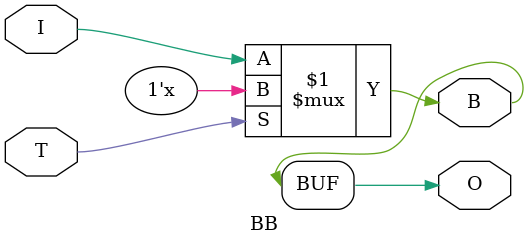
<source format=v>

`timescale 1ns / 1ps
module BB(
	input I,
	input T,
	output wire O,
	output wire B
);
assign  B = T ? 1'bz : I;
assign  O = B;
endmodule

</source>
